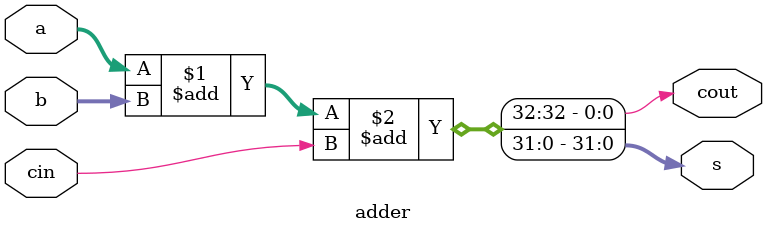
<source format=sv>
`timescale 1ns / 1ps



module adder #(parameter N = 32)(a, b, cin, s, cout);
	input logic [N-1:0] a;
	input logic [N-1:0] b;
	output logic [N-1:0] s;
	input logic cin;
	output logic cout;
	assign {cout, s} = a + b + cin;
endmodule

 

</source>
